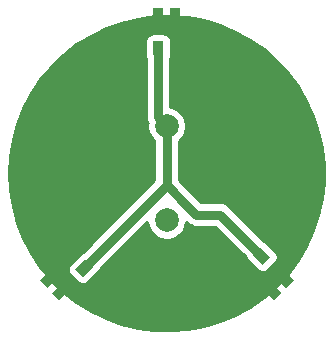
<source format=gbr>
G04 #@! TF.GenerationSoftware,KiCad,Pcbnew,(5.1.4)-1*
G04 #@! TF.CreationDate,2020-09-26T15:36:51+02:00*
G04 #@! TF.ProjectId,TrabantLamp3,54726162-616e-4744-9c61-6d70332e6b69,Rev*
G04 #@! TF.SameCoordinates,Original*
G04 #@! TF.FileFunction,Copper,L2,Bot*
G04 #@! TF.FilePolarity,Positive*
%FSLAX46Y46*%
G04 Gerber Fmt 4.6, Leading zero omitted, Abs format (unit mm)*
G04 Created by KiCad (PCBNEW (5.1.4)-1) date 2020-09-26 15:36:51*
%MOMM*%
%LPD*%
G04 APERTURE LIST*
%ADD10R,0.900000X1.200000*%
%ADD11C,0.900000*%
%ADD12C,0.100000*%
%ADD13C,2.000000*%
%ADD14C,0.800000*%
%ADD15C,0.254000*%
G04 APERTURE END LIST*
D10*
X100725000Y-86600000D03*
X99275000Y-89400000D03*
X99275000Y-86600000D03*
X100725000Y-89400000D03*
D11*
X106997398Y-108022703D03*
D12*
G36*
X106254936Y-107916637D02*
G01*
X106891332Y-107280241D01*
X107739860Y-108128769D01*
X107103464Y-108765165D01*
X106254936Y-107916637D01*
X106254936Y-107916637D01*
G37*
D11*
X110002602Y-108977297D03*
D12*
G36*
X109260140Y-108871231D02*
G01*
X109896536Y-108234835D01*
X110745064Y-109083363D01*
X110108668Y-109719759D01*
X109260140Y-108871231D01*
X109260140Y-108871231D01*
G37*
D11*
X108022703Y-106997398D03*
D12*
G36*
X107280241Y-106891332D02*
G01*
X107916637Y-106254936D01*
X108765165Y-107103464D01*
X108128769Y-107739860D01*
X107280241Y-106891332D01*
X107280241Y-106891332D01*
G37*
D11*
X108977297Y-110002602D03*
D12*
G36*
X108234835Y-109896536D02*
G01*
X108871231Y-109260140D01*
X109719759Y-110108668D01*
X109083363Y-110745064D01*
X108234835Y-109896536D01*
X108234835Y-109896536D01*
G37*
D11*
X89997398Y-108977297D03*
D12*
G36*
X90103464Y-108234835D02*
G01*
X90739860Y-108871231D01*
X89891332Y-109719759D01*
X89254936Y-109083363D01*
X90103464Y-108234835D01*
X90103464Y-108234835D01*
G37*
D11*
X93002602Y-108022703D03*
D12*
G36*
X93108668Y-107280241D02*
G01*
X93745064Y-107916637D01*
X92896536Y-108765165D01*
X92260140Y-108128769D01*
X93108668Y-107280241D01*
X93108668Y-107280241D01*
G37*
D11*
X91022703Y-110002602D03*
D12*
G36*
X91128769Y-109260140D02*
G01*
X91765165Y-109896536D01*
X90916637Y-110745064D01*
X90280241Y-110108668D01*
X91128769Y-109260140D01*
X91128769Y-109260140D01*
G37*
D11*
X91977297Y-106997398D03*
D12*
G36*
X92083363Y-106254936D02*
G01*
X92719759Y-106891332D01*
X91871231Y-107739860D01*
X91234835Y-107103464D01*
X92083363Y-106254936D01*
X92083363Y-106254936D01*
G37*
D13*
X100000000Y-96000000D03*
X100000000Y-104000000D03*
X108000000Y-100000000D03*
X92000000Y-100000000D03*
D14*
X100000000Y-96000000D02*
X100000000Y-96000000D01*
X100000000Y-101000000D02*
X100000000Y-96000000D01*
X100000000Y-101025305D02*
X100000000Y-101000000D01*
X93002602Y-108022703D02*
X100000000Y-101025305D01*
X99275000Y-95275000D02*
X99275000Y-89400000D01*
X100000000Y-96000000D02*
X99275000Y-95275000D01*
X101750000Y-102750000D02*
X100000000Y-101000000D01*
X102500000Y-103500000D02*
X101750000Y-102750000D01*
X104525305Y-103500000D02*
X102500000Y-103500000D01*
X108022703Y-106997398D02*
X104525305Y-103500000D01*
D15*
G36*
X101767240Y-86802800D02*
G01*
X103160005Y-87065411D01*
X104516966Y-87474576D01*
X105822747Y-88025659D01*
X107062554Y-88712416D01*
X108222340Y-89527066D01*
X109288964Y-90460379D01*
X110250339Y-91501779D01*
X111095575Y-92639467D01*
X111815093Y-93860553D01*
X112400741Y-95151202D01*
X112845884Y-96496789D01*
X113145478Y-97882070D01*
X113296129Y-99291347D01*
X113296129Y-100708653D01*
X113145478Y-102117930D01*
X112845884Y-103503211D01*
X112400741Y-104848798D01*
X111815093Y-106139447D01*
X111095575Y-107360533D01*
X110250339Y-108498221D01*
X109288964Y-109539621D01*
X108222340Y-110472934D01*
X107062554Y-111287584D01*
X105822747Y-111974341D01*
X104516966Y-112525424D01*
X103160005Y-112934589D01*
X101767240Y-113197200D01*
X100354452Y-113310281D01*
X98937648Y-113272552D01*
X97532881Y-113084439D01*
X96156067Y-112748074D01*
X94822806Y-112267269D01*
X93548205Y-111647470D01*
X92346706Y-110895701D01*
X91231921Y-110020480D01*
X90216482Y-109031722D01*
X89467874Y-108128769D01*
X91622068Y-108128769D01*
X91634328Y-108253251D01*
X91670638Y-108372949D01*
X91729603Y-108483263D01*
X91808955Y-108579954D01*
X92445351Y-109216350D01*
X92542042Y-109295702D01*
X92652356Y-109354667D01*
X92772054Y-109390977D01*
X92896536Y-109403237D01*
X93021018Y-109390977D01*
X93140716Y-109354667D01*
X93251030Y-109295702D01*
X93347721Y-109216350D01*
X94196249Y-108367822D01*
X94275601Y-108271131D01*
X94334566Y-108160817D01*
X94337339Y-108151676D01*
X98365000Y-104124016D01*
X98365000Y-104161033D01*
X98427832Y-104476912D01*
X98551082Y-104774463D01*
X98730013Y-105042252D01*
X98957748Y-105269987D01*
X99225537Y-105448918D01*
X99523088Y-105572168D01*
X99838967Y-105635000D01*
X100161033Y-105635000D01*
X100476912Y-105572168D01*
X100774463Y-105448918D01*
X101042252Y-105269987D01*
X101269987Y-105042252D01*
X101448918Y-104774463D01*
X101572168Y-104476912D01*
X101635000Y-104161033D01*
X101635000Y-104098711D01*
X101732196Y-104195907D01*
X101764604Y-104235396D01*
X101804092Y-104267803D01*
X101922202Y-104364734D01*
X102018309Y-104416104D01*
X102102007Y-104460841D01*
X102297105Y-104520024D01*
X102449162Y-104535000D01*
X102449171Y-104535000D01*
X102499999Y-104540006D01*
X102550827Y-104535000D01*
X104096595Y-104535000D01*
X106687967Y-107126372D01*
X106690739Y-107135512D01*
X106749704Y-107245826D01*
X106829056Y-107342517D01*
X107677584Y-108191045D01*
X107774275Y-108270397D01*
X107884589Y-108329362D01*
X108004287Y-108365672D01*
X108128769Y-108377932D01*
X108253251Y-108365672D01*
X108372949Y-108329362D01*
X108483263Y-108270397D01*
X108579954Y-108191045D01*
X109216350Y-107554649D01*
X109295702Y-107457958D01*
X109354667Y-107347644D01*
X109390977Y-107227946D01*
X109403237Y-107103464D01*
X109390977Y-106978982D01*
X109354667Y-106859284D01*
X109295702Y-106748970D01*
X109216350Y-106652279D01*
X108367822Y-105803751D01*
X108271131Y-105724399D01*
X108160817Y-105665434D01*
X108151677Y-105662662D01*
X105293112Y-102804097D01*
X105260701Y-102764604D01*
X105103102Y-102635266D01*
X104923298Y-102539159D01*
X104728200Y-102479976D01*
X104576143Y-102465000D01*
X104576133Y-102465000D01*
X104525305Y-102459994D01*
X104474477Y-102465000D01*
X102928711Y-102465000D01*
X102517807Y-102054097D01*
X102517803Y-102054092D01*
X101035000Y-100571290D01*
X101035000Y-97274833D01*
X101042252Y-97269987D01*
X101269987Y-97042252D01*
X101448918Y-96774463D01*
X101572168Y-96476912D01*
X101635000Y-96161033D01*
X101635000Y-95838967D01*
X101572168Y-95523088D01*
X101448918Y-95225537D01*
X101269987Y-94957748D01*
X101042252Y-94730013D01*
X100774463Y-94551082D01*
X100476912Y-94427832D01*
X100310000Y-94394631D01*
X100310000Y-90252603D01*
X100314502Y-90244180D01*
X100350812Y-90124482D01*
X100363072Y-90000000D01*
X100363072Y-88800000D01*
X100350812Y-88675518D01*
X100314502Y-88555820D01*
X100255537Y-88445506D01*
X100176185Y-88348815D01*
X100079494Y-88269463D01*
X99969180Y-88210498D01*
X99849482Y-88174188D01*
X99725000Y-88161928D01*
X98825000Y-88161928D01*
X98700518Y-88174188D01*
X98580820Y-88210498D01*
X98470506Y-88269463D01*
X98373815Y-88348815D01*
X98294463Y-88445506D01*
X98235498Y-88555820D01*
X98199188Y-88675518D01*
X98186928Y-88800000D01*
X98186928Y-90000000D01*
X98199188Y-90124482D01*
X98235498Y-90244180D01*
X98240001Y-90252604D01*
X98240000Y-95224172D01*
X98234994Y-95275000D01*
X98240000Y-95325828D01*
X98240000Y-95325837D01*
X98254976Y-95477894D01*
X98314159Y-95672992D01*
X98375272Y-95787327D01*
X98365000Y-95838967D01*
X98365000Y-96161033D01*
X98427832Y-96476912D01*
X98551082Y-96774463D01*
X98730013Y-97042252D01*
X98957748Y-97269987D01*
X98965001Y-97274833D01*
X98965000Y-100596594D01*
X92873629Y-106687966D01*
X92864488Y-106690739D01*
X92754174Y-106749704D01*
X92657483Y-106829056D01*
X91808955Y-107677584D01*
X91729603Y-107774275D01*
X91670638Y-107884589D01*
X91634328Y-108004287D01*
X91622068Y-108128769D01*
X89467874Y-108128769D01*
X89311895Y-107940631D01*
X88528407Y-106759570D01*
X87874898Y-105501920D01*
X87358771Y-104181931D01*
X86985874Y-102814560D01*
X86760432Y-101415298D01*
X86685000Y-100000000D01*
X86760432Y-98584702D01*
X86985874Y-97185440D01*
X87358771Y-95818069D01*
X87874898Y-94498080D01*
X88528407Y-93240430D01*
X89311895Y-92059369D01*
X90216482Y-90968278D01*
X91231921Y-89979520D01*
X92346706Y-89104299D01*
X93548205Y-88352530D01*
X94822806Y-87732731D01*
X96156067Y-87251926D01*
X97532881Y-86915561D01*
X98937648Y-86727448D01*
X100354452Y-86689719D01*
X101767240Y-86802800D01*
X101767240Y-86802800D01*
G37*
X101767240Y-86802800D02*
X103160005Y-87065411D01*
X104516966Y-87474576D01*
X105822747Y-88025659D01*
X107062554Y-88712416D01*
X108222340Y-89527066D01*
X109288964Y-90460379D01*
X110250339Y-91501779D01*
X111095575Y-92639467D01*
X111815093Y-93860553D01*
X112400741Y-95151202D01*
X112845884Y-96496789D01*
X113145478Y-97882070D01*
X113296129Y-99291347D01*
X113296129Y-100708653D01*
X113145478Y-102117930D01*
X112845884Y-103503211D01*
X112400741Y-104848798D01*
X111815093Y-106139447D01*
X111095575Y-107360533D01*
X110250339Y-108498221D01*
X109288964Y-109539621D01*
X108222340Y-110472934D01*
X107062554Y-111287584D01*
X105822747Y-111974341D01*
X104516966Y-112525424D01*
X103160005Y-112934589D01*
X101767240Y-113197200D01*
X100354452Y-113310281D01*
X98937648Y-113272552D01*
X97532881Y-113084439D01*
X96156067Y-112748074D01*
X94822806Y-112267269D01*
X93548205Y-111647470D01*
X92346706Y-110895701D01*
X91231921Y-110020480D01*
X90216482Y-109031722D01*
X89467874Y-108128769D01*
X91622068Y-108128769D01*
X91634328Y-108253251D01*
X91670638Y-108372949D01*
X91729603Y-108483263D01*
X91808955Y-108579954D01*
X92445351Y-109216350D01*
X92542042Y-109295702D01*
X92652356Y-109354667D01*
X92772054Y-109390977D01*
X92896536Y-109403237D01*
X93021018Y-109390977D01*
X93140716Y-109354667D01*
X93251030Y-109295702D01*
X93347721Y-109216350D01*
X94196249Y-108367822D01*
X94275601Y-108271131D01*
X94334566Y-108160817D01*
X94337339Y-108151676D01*
X98365000Y-104124016D01*
X98365000Y-104161033D01*
X98427832Y-104476912D01*
X98551082Y-104774463D01*
X98730013Y-105042252D01*
X98957748Y-105269987D01*
X99225537Y-105448918D01*
X99523088Y-105572168D01*
X99838967Y-105635000D01*
X100161033Y-105635000D01*
X100476912Y-105572168D01*
X100774463Y-105448918D01*
X101042252Y-105269987D01*
X101269987Y-105042252D01*
X101448918Y-104774463D01*
X101572168Y-104476912D01*
X101635000Y-104161033D01*
X101635000Y-104098711D01*
X101732196Y-104195907D01*
X101764604Y-104235396D01*
X101804092Y-104267803D01*
X101922202Y-104364734D01*
X102018309Y-104416104D01*
X102102007Y-104460841D01*
X102297105Y-104520024D01*
X102449162Y-104535000D01*
X102449171Y-104535000D01*
X102499999Y-104540006D01*
X102550827Y-104535000D01*
X104096595Y-104535000D01*
X106687967Y-107126372D01*
X106690739Y-107135512D01*
X106749704Y-107245826D01*
X106829056Y-107342517D01*
X107677584Y-108191045D01*
X107774275Y-108270397D01*
X107884589Y-108329362D01*
X108004287Y-108365672D01*
X108128769Y-108377932D01*
X108253251Y-108365672D01*
X108372949Y-108329362D01*
X108483263Y-108270397D01*
X108579954Y-108191045D01*
X109216350Y-107554649D01*
X109295702Y-107457958D01*
X109354667Y-107347644D01*
X109390977Y-107227946D01*
X109403237Y-107103464D01*
X109390977Y-106978982D01*
X109354667Y-106859284D01*
X109295702Y-106748970D01*
X109216350Y-106652279D01*
X108367822Y-105803751D01*
X108271131Y-105724399D01*
X108160817Y-105665434D01*
X108151677Y-105662662D01*
X105293112Y-102804097D01*
X105260701Y-102764604D01*
X105103102Y-102635266D01*
X104923298Y-102539159D01*
X104728200Y-102479976D01*
X104576143Y-102465000D01*
X104576133Y-102465000D01*
X104525305Y-102459994D01*
X104474477Y-102465000D01*
X102928711Y-102465000D01*
X102517807Y-102054097D01*
X102517803Y-102054092D01*
X101035000Y-100571290D01*
X101035000Y-97274833D01*
X101042252Y-97269987D01*
X101269987Y-97042252D01*
X101448918Y-96774463D01*
X101572168Y-96476912D01*
X101635000Y-96161033D01*
X101635000Y-95838967D01*
X101572168Y-95523088D01*
X101448918Y-95225537D01*
X101269987Y-94957748D01*
X101042252Y-94730013D01*
X100774463Y-94551082D01*
X100476912Y-94427832D01*
X100310000Y-94394631D01*
X100310000Y-90252603D01*
X100314502Y-90244180D01*
X100350812Y-90124482D01*
X100363072Y-90000000D01*
X100363072Y-88800000D01*
X100350812Y-88675518D01*
X100314502Y-88555820D01*
X100255537Y-88445506D01*
X100176185Y-88348815D01*
X100079494Y-88269463D01*
X99969180Y-88210498D01*
X99849482Y-88174188D01*
X99725000Y-88161928D01*
X98825000Y-88161928D01*
X98700518Y-88174188D01*
X98580820Y-88210498D01*
X98470506Y-88269463D01*
X98373815Y-88348815D01*
X98294463Y-88445506D01*
X98235498Y-88555820D01*
X98199188Y-88675518D01*
X98186928Y-88800000D01*
X98186928Y-90000000D01*
X98199188Y-90124482D01*
X98235498Y-90244180D01*
X98240001Y-90252604D01*
X98240000Y-95224172D01*
X98234994Y-95275000D01*
X98240000Y-95325828D01*
X98240000Y-95325837D01*
X98254976Y-95477894D01*
X98314159Y-95672992D01*
X98375272Y-95787327D01*
X98365000Y-95838967D01*
X98365000Y-96161033D01*
X98427832Y-96476912D01*
X98551082Y-96774463D01*
X98730013Y-97042252D01*
X98957748Y-97269987D01*
X98965001Y-97274833D01*
X98965000Y-100596594D01*
X92873629Y-106687966D01*
X92864488Y-106690739D01*
X92754174Y-106749704D01*
X92657483Y-106829056D01*
X91808955Y-107677584D01*
X91729603Y-107774275D01*
X91670638Y-107884589D01*
X91634328Y-108004287D01*
X91622068Y-108128769D01*
X89467874Y-108128769D01*
X89311895Y-107940631D01*
X88528407Y-106759570D01*
X87874898Y-105501920D01*
X87358771Y-104181931D01*
X86985874Y-102814560D01*
X86760432Y-101415298D01*
X86685000Y-100000000D01*
X86760432Y-98584702D01*
X86985874Y-97185440D01*
X87358771Y-95818069D01*
X87874898Y-94498080D01*
X88528407Y-93240430D01*
X89311895Y-92059369D01*
X90216482Y-90968278D01*
X91231921Y-89979520D01*
X92346706Y-89104299D01*
X93548205Y-88352530D01*
X94822806Y-87732731D01*
X96156067Y-87251926D01*
X97532881Y-86915561D01*
X98937648Y-86727448D01*
X100354452Y-86689719D01*
X101767240Y-86802800D01*
M02*

</source>
